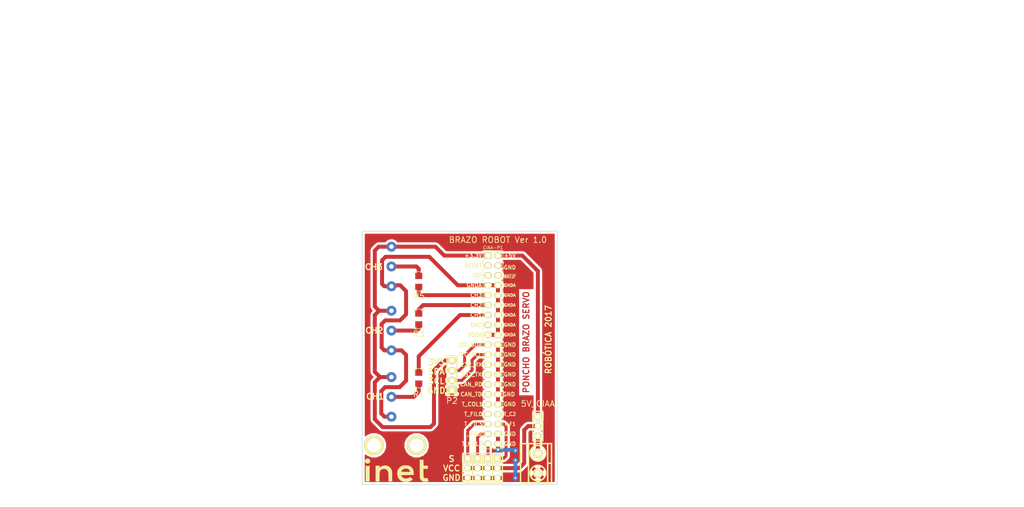
<source format=kicad_pcb>
(kicad_pcb (version 4) (host pcbnew 4.0.7)

  (general
    (links 46)
    (no_connects 6)
    (area 109.924999 74.924999 160.075001 140.075001)
    (thickness 1.6)
    (drawings 31)
    (tracks 152)
    (zones 0)
    (modules 17)
    (nets 19)
  )

  (page A4)
  (title_block
    (title "PONCHO BRAZO SERVO")
    (date 2017-09-27)
    (rev 1.0)
    (company "Proyecto CIAA - COMPUTADORA INDUSTRIAL ABIERTA ARGENTINA")
    (comment 1 https://github.com/ciaa/Ponchos/tree/master/modelos/doc)
    (comment 2 "Autores y Licencia del template (Diego Brengi - UNLaM)")
    (comment 3 "Autor del poncho (Mariano Bustos - E.E.S.T. N°5). ")
    (comment 4 "CÓDIGO PONCHO: BRAZO SERVO")
  )

  (layers
    (0 F.Cu signal)
    (31 B.Cu signal)
    (32 B.Adhes user)
    (33 F.Adhes user)
    (34 B.Paste user)
    (35 F.Paste user)
    (36 B.SilkS user)
    (37 F.SilkS user)
    (38 B.Mask user)
    (39 F.Mask user)
    (40 Dwgs.User user)
    (41 Cmts.User user)
    (42 Eco1.User user)
    (43 Eco2.User user)
    (44 Edge.Cuts user)
    (45 Margin user)
    (46 B.CrtYd user)
    (47 F.CrtYd user)
    (48 B.Fab user)
    (49 F.Fab user)
  )

  (setup
    (last_trace_width 1.016)
    (user_trace_width 0.508)
    (user_trace_width 0.635)
    (user_trace_width 0.762)
    (user_trace_width 1.016)
    (user_trace_width 1.27)
    (user_trace_width 1.524)
    (trace_clearance 0.508)
    (zone_clearance 0.6)
    (zone_45_only no)
    (trace_min 0.4)
    (segment_width 0.2)
    (edge_width 0.15)
    (via_size 1.5)
    (via_drill 0.5)
    (via_min_size 1.5)
    (via_min_drill 0.5)
    (uvia_size 0.3)
    (uvia_drill 0.1)
    (uvias_allowed no)
    (uvia_min_size 0)
    (uvia_min_drill 0)
    (pcb_text_width 0.3)
    (pcb_text_size 1.5 1.5)
    (mod_edge_width 0.15)
    (mod_text_size 0.000001 0.000001)
    (mod_text_width 0.15)
    (pad_size 5 5)
    (pad_drill 3.5)
    (pad_to_mask_clearance 0.2)
    (aux_axis_origin 0 0)
    (visible_elements 7FFEFF7F)
    (pcbplotparams
      (layerselection 0x00020_80000000)
      (usegerberextensions false)
      (excludeedgelayer false)
      (linewidth 0.100000)
      (plotframeref false)
      (viasonmask false)
      (mode 1)
      (useauxorigin false)
      (hpglpennumber 1)
      (hpglpenspeed 20)
      (hpglpendiameter 15)
      (hpglpenoverlay 2)
      (psnegative false)
      (psa4output false)
      (plotreference true)
      (plotvalue false)
      (plotinvisibletext false)
      (padsonsilk false)
      (subtractmaskfromsilk false)
      (outputformat 1)
      (mirror false)
      (drillshape 0)
      (scaleselection 1)
      (outputdirectory ""))
  )

  (net 0 "")
  (net 1 GND)
  (net 2 "Net-(P2-Pad2)")
  (net 3 "Net-(P2-Pad3)")
  (net 4 /SERVO_3)
  (net 5 /SERVO_1)
  (net 6 /SERVO_2)
  (net 7 /SERVO_0)
  (net 8 +3V3)
  (net 9 "Net-(R1-Pad1)")
  (net 10 /A1)
  (net 11 GNDA)
  (net 12 "Net-(R3-Pad1)")
  (net 13 /A2)
  (net 14 "Net-(R5-Pad1)")
  (net 15 /A3)
  (net 16 VCC)
  (net 17 +5V)
  (net 18 "Net-(J5-Pad2)")

  (net_class Default "This is the default net class."
    (clearance 0.508)
    (trace_width 0.4)
    (via_dia 1.5)
    (via_drill 0.5)
    (uvia_dia 0.3)
    (uvia_drill 0.1)
    (add_net +3V3)
    (add_net +5V)
    (add_net /A1)
    (add_net /A2)
    (add_net /A3)
    (add_net /SERVO_0)
    (add_net /SERVO_1)
    (add_net /SERVO_2)
    (add_net /SERVO_3)
    (add_net GND)
    (add_net GNDA)
    (add_net "Net-(J5-Pad2)")
    (add_net "Net-(P2-Pad2)")
    (add_net "Net-(P2-Pad3)")
    (add_net "Net-(R1-Pad1)")
    (add_net "Net-(R3-Pad1)")
    (add_net "Net-(R5-Pad1)")
    (add_net VCC)
  )

  (module EESTN5:R_1206 (layer F.Cu) (tedit 59CCCAAD) (tstamp 59CB9A84)
    (at 124.5 87.9 90)
    (descr "SMT resistor, 1206")
    (path /59CB2D92)
    (fp_text reference R5 (at -3.8 0.1 180) (layer F.SilkS)
      (effects (font (size 1.5 1.5) (thickness 0.2)))
    )
    (fp_text value R (at 0 1.27 90) (layer F.SilkS) hide
      (effects (font (size 0.50038 0.50038) (thickness 0.11938)))
    )
    (fp_line (start 1.5 -1.25) (end 2.5 -1.25) (layer F.SilkS) (width 0.15))
    (fp_line (start 1.5 1.25) (end 2.5 1.25) (layer F.SilkS) (width 0.15))
    (fp_line (start 2.5 1.25) (end 2.5 -1.25) (layer F.SilkS) (width 0.15))
    (fp_line (start -2.5 -1.25) (end -2.5 1.25) (layer F.SilkS) (width 0.15))
    (fp_line (start -2.5 1.25) (end -1.5 1.25) (layer F.SilkS) (width 0.15))
    (fp_line (start -1.5 -1.25) (end -2.5 -1.25) (layer F.SilkS) (width 0.15))
    (pad 1 smd rect (at 1.397 0 90) (size 1.6002 1.8034) (layers F.Cu F.Paste F.Mask)
      (net 14 "Net-(R5-Pad1)"))
    (pad 2 smd rect (at -1.397 0 90) (size 1.6002 1.8034) (layers F.Cu F.Paste F.Mask)
      (net 15 /A3))
    (model R_1206.wrl
      (at (xyz 0 0 0))
      (scale (xyz 1 1 1))
      (rotate (xyz 0 0 0))
    )
  )

  (module Poncho_Esqueleto:Conn_Poncho_Derecha locked (layer F.Cu) (tedit 59CB22B3) (tstamp 56134922)
    (at 142.24 81.28)
    (tags "CONN Poncho")
    (path /560EE110)
    (fp_text reference XA1 (at -0.127 -3.048) (layer F.SilkS) hide
      (effects (font (size 0.8 0.8) (thickness 0.12)))
    )
    (fp_text value Conn_PonchoMP_2x_20x2 (at -1.905 51.181) (layer F.SilkS) hide
      (effects (font (size 1.016 1.016) (thickness 0.2032)))
    )
    (fp_line (start -32.385 54.61) (end 8.255 54.61) (layer Dwgs.User) (width 0.15))
    (fp_line (start -32.385 -6.35) (end 8.255 -6.35) (layer Dwgs.User) (width 0.15))
    (fp_line (start -32.385 54.61) (end -32.385 -6.35) (layer Dwgs.User) (width 0.15))
    (fp_line (start 8.255 54.61) (end 8.255 -6.35) (layer Dwgs.User) (width 0.15))
    (fp_text user GND (at 5.588 48.26) (layer F.SilkS)
      (effects (font (size 1 1) (thickness 0.2)))
    )
    (fp_text user GND (at 5.588 45.72) (layer F.SilkS)
      (effects (font (size 1 1) (thickness 0.2)))
    )
    (fp_text user T_F1 (at 5.588 43.18) (layer F.SilkS)
      (effects (font (size 0.9 0.9) (thickness 0.18)))
    )
    (fp_text user T_C2 (at 5.588 40.64) (layer F.SilkS)
      (effects (font (size 0.9 0.9) (thickness 0.18)))
    )
    (fp_text user GND (at 5.588 38.1) (layer F.SilkS)
      (effects (font (size 1 1) (thickness 0.2)))
    )
    (fp_text user GND (at 5.334 35.56) (layer F.SilkS)
      (effects (font (size 1 1) (thickness 0.2)))
    )
    (fp_text user GND (at 5.588 33.02) (layer F.SilkS)
      (effects (font (size 1 1) (thickness 0.2)))
    )
    (fp_text user GND (at 5.588 30.48) (layer F.SilkS)
      (effects (font (size 1 1) (thickness 0.2)))
    )
    (fp_text user GND (at 5.588 27.94) (layer F.SilkS)
      (effects (font (size 1 1) (thickness 0.2)))
    )
    (fp_text user GND (at 5.588 25.4) (layer F.SilkS)
      (effects (font (size 1 1) (thickness 0.2)))
    )
    (fp_text user GND (at 5.588 22.86) (layer F.SilkS)
      (effects (font (size 1 1) (thickness 0.2)))
    )
    (fp_text user GNDA (at 5.588 20.32) (layer F.SilkS)
      (effects (font (size 0.76 0.76) (thickness 0.19)))
    )
    (fp_text user GNDA (at 5.588 17.78) (layer F.SilkS)
      (effects (font (size 0.76 0.76) (thickness 0.19)))
    )
    (fp_text user GNDA (at 5.588 15.24) (layer F.SilkS)
      (effects (font (size 0.76 0.76) (thickness 0.19)))
    )
    (fp_text user GNDA (at 5.588 12.7) (layer F.SilkS)
      (effects (font (size 0.76 0.76) (thickness 0.19)))
    )
    (fp_text user GNDA (at 5.588 10.16) (layer F.SilkS)
      (effects (font (size 0.76 0.76) (thickness 0.19)))
    )
    (fp_text user GNDA (at 5.588 7.62) (layer F.SilkS)
      (effects (font (size 0.76 0.76) (thickness 0.19)))
    )
    (fp_text user WAKEUP (at 5.588 5.334) (layer F.SilkS)
      (effects (font (size 1 0.5) (thickness 0.125)))
    )
    (fp_text user GND (at 5.588 3.048) (layer F.SilkS)
      (effects (font (size 1 1) (thickness 0.2)))
    )
    (fp_text user +5V (at 5.588 0) (layer F.SilkS)
      (effects (font (size 1 1) (thickness 0.2)))
    )
    (fp_text user T_COL0 (at -4.064 48.26) (layer F.SilkS)
      (effects (font (size 1 1) (thickness 0.2)))
    )
    (fp_text user T_FIL2 (at -3.81 45.72) (layer F.SilkS)
      (effects (font (size 1 1) (thickness 0.2)))
    )
    (fp_text user T_FIL3 (at -3.81 43.18) (layer F.SilkS)
      (effects (font (size 1 1) (thickness 0.2)))
    )
    (fp_text user T_FIL0 (at -3.81 40.64) (layer F.SilkS)
      (effects (font (size 1 1) (thickness 0.2)))
    )
    (fp_text user T_COL1 (at -4.064 38.1) (layer F.SilkS)
      (effects (font (size 1 1) (thickness 0.2)))
    )
    (fp_text user CAN_TD (at -4.318 35.56) (layer F.SilkS)
      (effects (font (size 1 1) (thickness 0.2)))
    )
    (fp_text user CAN_RD (at -4.318 33.02) (layer F.SilkS)
      (effects (font (size 1 1) (thickness 0.2)))
    )
    (fp_text user 232_TX (at -4.318 30.48) (layer F.SilkS)
      (effects (font (size 1 1) (thickness 0.2)))
    )
    (fp_text user 232_RX (at -4.318 27.94) (layer F.SilkS)
      (effects (font (size 1 1) (thickness 0.2)))
    )
    (fp_text user I2C_SCL (at -4.572 25.4) (layer F.SilkS)
      (effects (font (size 1 1) (thickness 0.2)))
    )
    (fp_text user I2C_SDA (at -4.572 22.86) (layer F.SilkS)
      (effects (font (size 1 1) (thickness 0.2)))
    )
    (fp_text user VDDA (at -3.302 20.32) (layer F.SilkS)
      (effects (font (size 1 1) (thickness 0.2)))
    )
    (fp_text user DAC (at -3.048 17.78) (layer F.SilkS)
      (effects (font (size 1 1) (thickness 0.2)))
    )
    (fp_text user CH1 (at -3.048 15.24) (layer F.SilkS)
      (effects (font (size 1 1) (thickness 0.2)))
    )
    (fp_text user CH2 (at -3.048 12.7) (layer F.SilkS)
      (effects (font (size 1 1) (thickness 0.2)))
    )
    (fp_text user CH3 (at -3.048 10.16) (layer F.SilkS)
      (effects (font (size 1 1) (thickness 0.2)))
    )
    (fp_text user GNDA (at -3.556 7.62) (layer F.SilkS)
      (effects (font (size 1 1) (thickness 0.2)))
    )
    (fp_text user ISP (at -2.794 5.08) (layer F.SilkS)
      (effects (font (size 1 1) (thickness 0.2)))
    )
    (fp_text user RESET (at -3.81 2.54) (layer F.SilkS)
      (effects (font (size 1 1) (thickness 0.2)))
    )
    (fp_text user CIAA-P1 (at 1.27 -2.032) (layer F.SilkS)
      (effects (font (size 0.8 0.8) (thickness 0.12)))
    )
    (fp_text user +3.3V (at -3.81 0) (layer F.SilkS)
      (effects (font (size 1 1) (thickness 0.2)))
    )
    (fp_line (start -1.27 49.53) (end -1.27 -1.27) (layer F.SilkS) (width 0.15))
    (fp_line (start 3.81 49.53) (end 3.81 -1.27) (layer F.SilkS) (width 0.15))
    (fp_line (start 3.81 49.53) (end -1.27 49.53) (layer F.SilkS) (width 0.15))
    (fp_line (start 3.81 -1.27) (end -1.27 -1.27) (layer F.SilkS) (width 0.15))
    (pad 1 thru_hole rect (at 0 0 270) (size 1.524 2) (drill 1.016) (layers *.Cu *.Mask F.SilkS)
      (net 8 +3V3))
    (pad 2 thru_hole oval (at 2.54 0 270) (size 1.524 2) (drill 1.016) (layers *.Cu *.Mask F.SilkS)
      (net 17 +5V))
    (pad 11 thru_hole oval (at 0 12.7 270) (size 1.524 2) (drill 1.016) (layers *.Cu *.Mask F.SilkS)
      (net 13 /A2))
    (pad 4 thru_hole oval (at 2.54 2.54 270) (size 1.524 2) (drill 1.016) (layers *.Cu *.Mask F.SilkS)
      (net 1 GND))
    (pad 13 thru_hole oval (at 0 15.24 270) (size 1.524 2) (drill 1.016) (layers *.Cu *.Mask F.SilkS)
      (net 10 /A1))
    (pad 6 thru_hole oval (at 2.54 5.08 270) (size 1.524 2) (drill 1.016) (layers *.Cu *.Mask F.SilkS))
    (pad 15 thru_hole oval (at 0 17.78 270) (size 1.524 2) (drill 1.016) (layers *.Cu *.Mask F.SilkS))
    (pad 8 thru_hole oval (at 2.54 7.62 270) (size 1.524 2) (drill 1.016) (layers *.Cu *.Mask F.SilkS)
      (net 11 GNDA))
    (pad 17 thru_hole oval (at 0 20.32 270) (size 1.524 2) (drill 1.016) (layers *.Cu *.Mask F.SilkS))
    (pad 10 thru_hole oval (at 2.54 10.16 270) (size 1.524 2) (drill 1.016) (layers *.Cu *.Mask F.SilkS)
      (net 11 GNDA))
    (pad 19 thru_hole oval (at 0 22.86 270) (size 1.524 2) (drill 1.016) (layers *.Cu *.Mask F.SilkS)
      (net 3 "Net-(P2-Pad3)"))
    (pad 12 thru_hole oval (at 2.54 12.7 270) (size 1.524 2) (drill 1.016) (layers *.Cu *.Mask F.SilkS)
      (net 11 GNDA))
    (pad 21 thru_hole oval (at 0 25.4 270) (size 1.524 2) (drill 1.016) (layers *.Cu *.Mask F.SilkS)
      (net 2 "Net-(P2-Pad2)"))
    (pad 14 thru_hole oval (at 2.54 15.24 270) (size 1.524 2) (drill 1.016) (layers *.Cu *.Mask F.SilkS)
      (net 11 GNDA))
    (pad 23 thru_hole oval (at 0 27.94 270) (size 1.524 2) (drill 1.016) (layers *.Cu *.Mask F.SilkS))
    (pad 16 thru_hole oval (at 2.54 17.78 270) (size 1.524 2) (drill 1.016) (layers *.Cu *.Mask F.SilkS)
      (net 11 GNDA))
    (pad 25 thru_hole oval (at 0 30.48 270) (size 1.524 2) (drill 1.016) (layers *.Cu *.Mask F.SilkS))
    (pad 18 thru_hole oval (at 2.54 20.32 270) (size 1.524 2) (drill 1.016) (layers *.Cu *.Mask F.SilkS)
      (net 11 GNDA))
    (pad 27 thru_hole oval (at 0 33.02 270) (size 1.524 2) (drill 1.016) (layers *.Cu *.Mask F.SilkS))
    (pad 20 thru_hole oval (at 2.54 22.86 270) (size 1.524 2) (drill 1.016) (layers *.Cu *.Mask F.SilkS)
      (net 1 GND))
    (pad 29 thru_hole oval (at 0 35.56 270) (size 1.524 2) (drill 1.016) (layers *.Cu *.Mask F.SilkS))
    (pad 22 thru_hole oval (at 2.54 25.4 270) (size 1.524 2) (drill 1.016) (layers *.Cu *.Mask F.SilkS)
      (net 1 GND))
    (pad 31 thru_hole oval (at 0 38.1 270) (size 1.524 2) (drill 1.016) (layers *.Cu *.Mask F.SilkS))
    (pad 24 thru_hole oval (at 2.54 27.94 270) (size 1.524 2) (drill 1.016) (layers *.Cu *.Mask F.SilkS)
      (net 1 GND))
    (pad 26 thru_hole oval (at 2.54 30.48 270) (size 1.524 2) (drill 1.016) (layers *.Cu *.Mask F.SilkS)
      (net 1 GND))
    (pad 33 thru_hole oval (at 0 40.64 270) (size 1.524 2) (drill 1.016) (layers *.Cu *.Mask F.SilkS))
    (pad 28 thru_hole oval (at 2.54 33.02 270) (size 1.524 2) (drill 1.016) (layers *.Cu *.Mask F.SilkS)
      (net 1 GND))
    (pad 32 thru_hole oval (at 2.54 38.1 270) (size 1.524 2) (drill 1.016) (layers *.Cu *.Mask F.SilkS)
      (net 1 GND))
    (pad 34 thru_hole oval (at 2.54 40.64 270) (size 1.524 2) (drill 1.016) (layers *.Cu *.Mask F.SilkS))
    (pad 36 thru_hole oval (at 2.54 43.18 270) (size 1.524 2) (drill 1.016) (layers *.Cu *.Mask F.SilkS)
      (net 7 /SERVO_0))
    (pad 38 thru_hole oval (at 2.54 45.72 270) (size 1.524 2) (drill 1.016) (layers *.Cu *.Mask F.SilkS)
      (net 1 GND))
    (pad 35 thru_hole oval (at 0 43.18 270) (size 1.524 2) (drill 1.016) (layers *.Cu *.Mask F.SilkS)
      (net 4 /SERVO_3))
    (pad 37 thru_hole oval (at 0 45.72 270) (size 1.524 2) (drill 1.016) (layers *.Cu *.Mask F.SilkS)
      (net 6 /SERVO_2))
    (pad 3 thru_hole oval (at 0 2.54 270) (size 1.524 2) (drill 1.016) (layers *.Cu *.Mask F.SilkS))
    (pad 5 thru_hole oval (at 0 5.08 270) (size 1.524 2) (drill 1.016) (layers *.Cu *.Mask F.SilkS))
    (pad 7 thru_hole oval (at 0 7.62 270) (size 1.524 2) (drill 1.016) (layers *.Cu *.Mask F.SilkS)
      (net 11 GNDA))
    (pad 9 thru_hole oval (at 0 10.16 270) (size 1.524 2) (drill 1.016) (layers *.Cu *.Mask F.SilkS)
      (net 15 /A3))
    (pad 39 thru_hole oval (at 0 48.26 270) (size 1.524 2) (drill 1.016) (layers *.Cu *.Mask F.SilkS)
      (net 5 /SERVO_1))
    (pad 40 thru_hole oval (at 2.54 48.26 270) (size 1.524 2) (drill 1.016) (layers *.Cu *.Mask F.SilkS)
      (net 1 GND))
    (pad 30 thru_hole oval (at 2.54 35.56 270) (size 1.524 2) (drill 1.016) (layers *.Cu *.Mask F.SilkS)
      (net 1 GND))
    (model F:/usuarios/alumno/Escritorio/Poncho_Brazo_Servo_TOP/doc/pin_header_20X2.wrl
      (at (xyz 0 0 0))
      (scale (xyz 1 1 1))
      (rotate (xyz 0 0 0))
    )
  )

  (module Poncho_Modelos:Led_Hole (layer F.Cu) (tedit 5613342C) (tstamp 56133650)
    (at 113.03 129.921)
    (path /5613C419)
    (fp_text reference H1 (at 0.127 3.937) (layer F.SilkS) hide
      (effects (font (size 1 1) (thickness 0.15)))
    )
    (fp_text value PCB_HOLE (at 0.127 -3.429) (layer Dwgs.User) hide
      (effects (font (size 1 1) (thickness 0.15)))
    )
    (pad 1 thru_hole circle (at 0 0) (size 5 5) (drill 3.5) (layers *.Cu *.Mask F.SilkS))
  )

  (module Poncho_Modelos:Led_Hole (layer F.Cu) (tedit 5613342C) (tstamp 56133655)
    (at 123.952 129.921)
    (path /5613C2CE)
    (fp_text reference H2 (at 0.127 3.937) (layer F.SilkS) hide
      (effects (font (size 1 1) (thickness 0.15)))
    )
    (fp_text value PCB_HOLE (at 0.127 -3.429) (layer Dwgs.User) hide
      (effects (font (size 1 1) (thickness 0.15)))
    )
    (pad 1 thru_hole circle (at 0 0) (size 5 5) (drill 3.5) (layers *.Cu *.Mask F.SilkS))
  )

  (module EESTN5:Pin_Strip_3 locked (layer F.Cu) (tedit 59361220) (tstamp 59CB6FD2)
    (at 137.033 135.763 270)
    (descr "Pin strip 3x2pin")
    (tags "CONN DEV")
    (path /59CB1E73)
    (fp_text reference J1 (at 0 -2.7 270) (layer F.SilkS) hide
      (effects (font (size 1.5 1.5) (thickness 0.3)))
    )
    (fp_text value SERVO_3 (at 0.2 -4.2 270) (layer F.SilkS) hide
      (effects (font (size 1.016 0.889) (thickness 0.2032)))
    )
    (fp_line (start 3.81 -1.27) (end 3.81 1.27) (layer F.SilkS) (width 0.3048))
    (fp_line (start 3.81 1.27) (end -3.81 1.27) (layer F.SilkS) (width 0.3048))
    (fp_line (start -3.81 -1.27) (end 3.81 -1.27) (layer F.SilkS) (width 0.3048))
    (fp_line (start -1.27 -1.27) (end -1.27 1.27) (layer F.SilkS) (width 0.3048))
    (fp_line (start -3.81 -1.27) (end -3.81 1.27) (layer F.SilkS) (width 0.3048))
    (pad 1 thru_hole rect (at -2.54 0 270) (size 1.75 1.75) (drill 1) (layers *.Cu *.Mask F.SilkS)
      (net 4 /SERVO_3))
    (pad 2 thru_hole oval (at 0 0 270) (size 1.75 1.75) (drill 1) (layers *.Cu *.Mask F.SilkS)
      (net 16 VCC))
    (pad 3 thru_hole oval (at 2.54 0 270) (size 1.75 1.75) (drill 1) (layers *.Cu *.Mask F.SilkS)
      (net 1 GND))
    (model Pin_Strip_3_2.54.wrl
      (at (xyz 0 0 0))
      (scale (xyz 1 1 1))
      (rotate (xyz 0 0 0))
    )
  )

  (module EESTN5:Pin_Strip_3 locked (layer F.Cu) (tedit 59361220) (tstamp 59CB6FDD)
    (at 142.113 135.763 270)
    (descr "Pin strip 3x2pin")
    (tags "CONN DEV")
    (path /59CB1E1F)
    (fp_text reference J2 (at 0 -2.7 270) (layer F.SilkS) hide
      (effects (font (size 1.5 1.5) (thickness 0.3)))
    )
    (fp_text value SERVO_1 (at 0.2 -4.2 270) (layer F.SilkS) hide
      (effects (font (size 1.016 0.889) (thickness 0.2032)))
    )
    (fp_line (start 3.81 -1.27) (end 3.81 1.27) (layer F.SilkS) (width 0.3048))
    (fp_line (start 3.81 1.27) (end -3.81 1.27) (layer F.SilkS) (width 0.3048))
    (fp_line (start -3.81 -1.27) (end 3.81 -1.27) (layer F.SilkS) (width 0.3048))
    (fp_line (start -1.27 -1.27) (end -1.27 1.27) (layer F.SilkS) (width 0.3048))
    (fp_line (start -3.81 -1.27) (end -3.81 1.27) (layer F.SilkS) (width 0.3048))
    (pad 1 thru_hole rect (at -2.54 0 270) (size 1.75 1.75) (drill 1) (layers *.Cu *.Mask F.SilkS)
      (net 5 /SERVO_1))
    (pad 2 thru_hole oval (at 0 0 270) (size 1.75 1.75) (drill 1) (layers *.Cu *.Mask F.SilkS)
      (net 16 VCC))
    (pad 3 thru_hole oval (at 2.54 0 270) (size 1.75 1.75) (drill 1) (layers *.Cu *.Mask F.SilkS)
      (net 1 GND))
    (model Pin_Strip_3_2.54.wrl
      (at (xyz 0 0 0))
      (scale (xyz 1 1 1))
      (rotate (xyz 0 0 0))
    )
  )

  (module EESTN5:Pin_Strip_3 locked (layer F.Cu) (tedit 59361220) (tstamp 59CB6FE8)
    (at 139.573 135.763 270)
    (descr "Pin strip 3x2pin")
    (tags "CONN DEV")
    (path /59CB1E6A)
    (fp_text reference J3 (at 0 -2.7 270) (layer F.SilkS) hide
      (effects (font (size 1.5 1.5) (thickness 0.3)))
    )
    (fp_text value SERVO_2 (at 0.2 -4.2 270) (layer F.SilkS) hide
      (effects (font (size 1.016 0.889) (thickness 0.2032)))
    )
    (fp_line (start 3.81 -1.27) (end 3.81 1.27) (layer F.SilkS) (width 0.3048))
    (fp_line (start 3.81 1.27) (end -3.81 1.27) (layer F.SilkS) (width 0.3048))
    (fp_line (start -3.81 -1.27) (end 3.81 -1.27) (layer F.SilkS) (width 0.3048))
    (fp_line (start -1.27 -1.27) (end -1.27 1.27) (layer F.SilkS) (width 0.3048))
    (fp_line (start -3.81 -1.27) (end -3.81 1.27) (layer F.SilkS) (width 0.3048))
    (pad 1 thru_hole rect (at -2.54 0 270) (size 1.75 1.75) (drill 1) (layers *.Cu *.Mask F.SilkS)
      (net 6 /SERVO_2))
    (pad 2 thru_hole oval (at 0 0 270) (size 1.75 1.75) (drill 1) (layers *.Cu *.Mask F.SilkS)
      (net 16 VCC))
    (pad 3 thru_hole oval (at 2.54 0 270) (size 1.75 1.75) (drill 1) (layers *.Cu *.Mask F.SilkS)
      (net 1 GND))
    (model Pin_Strip_3_2.54.wrl
      (at (xyz 0 0 0))
      (scale (xyz 1 1 1))
      (rotate (xyz 0 0 0))
    )
  )

  (module EESTN5:Pin_Strip_3 locked (layer F.Cu) (tedit 59361220) (tstamp 59CB6FF3)
    (at 144.653 135.763 270)
    (descr "Pin strip 3x2pin")
    (tags "CONN DEV")
    (path /59CB1BEA)
    (fp_text reference J4 (at 0 -2.7 270) (layer F.SilkS) hide
      (effects (font (size 1.5 1.5) (thickness 0.3)))
    )
    (fp_text value SERVO_0 (at 0.2 -4.2 270) (layer F.SilkS) hide
      (effects (font (size 1.016 0.889) (thickness 0.2032)))
    )
    (fp_line (start 3.81 -1.27) (end 3.81 1.27) (layer F.SilkS) (width 0.3048))
    (fp_line (start 3.81 1.27) (end -3.81 1.27) (layer F.SilkS) (width 0.3048))
    (fp_line (start -3.81 -1.27) (end 3.81 -1.27) (layer F.SilkS) (width 0.3048))
    (fp_line (start -1.27 -1.27) (end -1.27 1.27) (layer F.SilkS) (width 0.3048))
    (fp_line (start -3.81 -1.27) (end -3.81 1.27) (layer F.SilkS) (width 0.3048))
    (pad 1 thru_hole rect (at -2.54 0 270) (size 1.75 1.75) (drill 1) (layers *.Cu *.Mask F.SilkS)
      (net 7 /SERVO_0))
    (pad 2 thru_hole oval (at 0 0 270) (size 1.75 1.75) (drill 1) (layers *.Cu *.Mask F.SilkS)
      (net 16 VCC))
    (pad 3 thru_hole oval (at 2.54 0 270) (size 1.75 1.75) (drill 1) (layers *.Cu *.Mask F.SilkS)
      (net 1 GND))
    (model Pin_Strip_3_2.54.wrl
      (at (xyz 0 0 0))
      (scale (xyz 1 1 1))
      (rotate (xyz 0 0 0))
    )
  )

  (module EESTN5:pin_strip_4 (layer F.Cu) (tedit 59CB2AFC) (tstamp 59CB7E2B)
    (at 133 112 90)
    (descr "Pin strip 4pin")
    (tags "CONN DEV")
    (path /560ED17A)
    (fp_text reference P2 (at -6.5 0 180) (layer F.SilkS)
      (effects (font (size 1.5 1.5) (thickness 0.2)))
    )
    (fp_text value CONN_4 (at 0.254 -3.556 90) (layer F.SilkS) hide
      (effects (font (size 1.016 0.889) (thickness 0.2032)))
    )
    (fp_line (start -2.54 -1.27) (end -2.54 1.27) (layer F.SilkS) (width 0.3048))
    (fp_line (start 5.08 1.27) (end -5.08 1.27) (layer F.SilkS) (width 0.3048))
    (fp_line (start -5.08 -1.27) (end 5.08 -1.27) (layer F.SilkS) (width 0.3048))
    (fp_line (start -5.08 1.27) (end -5.08 -1.27) (layer F.SilkS) (width 0.3048))
    (fp_line (start 5.08 -1.27) (end 5.08 1.27) (layer F.SilkS) (width 0.3048))
    (pad 1 thru_hole rect (at -3.81 0 90) (size 1.75 2.2) (drill 1.00076) (layers *.Cu *.Mask F.SilkS)
      (net 1 GND))
    (pad 2 thru_hole oval (at -1.27 0 90) (size 1.75 2.2) (drill 1.00076) (layers *.Cu *.Mask F.SilkS)
      (net 2 "Net-(P2-Pad2)"))
    (pad 3 thru_hole oval (at 1.27 0 90) (size 1.75 2.2) (drill 1.00076) (layers *.Cu *.Mask F.SilkS)
      (net 3 "Net-(P2-Pad3)"))
    (pad 4 thru_hole oval (at 3.81 0 90) (size 1.75 2.2) (drill 1.00076) (layers *.Cu *.Mask F.SilkS)
      (net 8 +3V3))
    (model Pin_Strip_4_2.54_V.wrl
      (at (xyz 0 0 0))
      (scale (xyz 1 1 1))
      (rotate (xyz 0 0 0))
    )
  )

  (module EESTN5:LOGO_INET_CHICO (layer F.Cu) (tedit 59CB2253) (tstamp 59CBB76D)
    (at 119.095 136.398)
    (path /59CB5094)
    (fp_text reference L1 (at 0 0) (layer F.SilkS) hide
      (effects (font (thickness 0.3)))
    )
    (fp_text value Mounting_Hole (at 0 -5) (layer F.SilkS) hide
      (effects (font (thickness 0.3)))
    )
    (fp_poly (pts (xy 2.531171 -1.341092) (xy 2.907789 -1.263404) (xy 3.222318 -1.120687) (xy 3.503469 -0.901904)
      (xy 3.643071 -0.757684) (xy 3.90821 -0.38105) (xy 4.064811 0.044322) (xy 4.117546 0.532602)
      (xy 4.114729 0.673705) (xy 4.09575 1.11125) (xy 0.889096 1.17475) (xy 1.021754 1.442746)
      (xy 1.139248 1.628724) (xy 1.30102 1.769249) (xy 1.500137 1.87989) (xy 1.717414 1.97549)
      (xy 1.901035 2.02025) (xy 2.113641 2.025367) (xy 2.260314 2.015769) (xy 2.678794 1.940921)
      (xy 2.981438 1.823393) (xy 3.28811 1.664286) (xy 3.593727 1.974568) (xy 3.752682 2.139404)
      (xy 3.833111 2.241055) (xy 3.846646 2.30578) (xy 3.804921 2.359837) (xy 3.775297 2.384409)
      (xy 3.655763 2.462434) (xy 3.463326 2.570005) (xy 3.247486 2.679942) (xy 3.019568 2.781052)
      (xy 2.813638 2.843796) (xy 2.5804 2.879106) (xy 2.270557 2.897911) (xy 2.263236 2.898194)
      (xy 1.899286 2.899056) (xy 1.584574 2.874812) (xy 1.392513 2.838193) (xy 0.92227 2.651444)
      (xy 0.53897 2.377926) (xy 0.231032 2.007566) (xy 0.045137 1.665816) (xy -0.025821 1.480564)
      (xy -0.068398 1.279893) (xy -0.088715 1.023764) (xy -0.093044 0.762) (xy -0.088398 0.453278)
      (xy -0.068453 0.228379) (xy -0.053506 0.163862) (xy 0.962612 0.163862) (xy 0.969265 0.231963)
      (xy 1.042113 0.276214) (xy 1.194283 0.301755) (xy 1.438905 0.313729) (xy 1.789106 0.317276)
      (xy 2.070633 0.3175) (xy 3.188767 0.3175) (xy 3.147264 0.152135) (xy 3.013838 -0.144272)
      (xy 2.785773 -0.358807) (xy 2.468214 -0.488161) (xy 2.088022 -0.529135) (xy 1.694385 -0.477977)
      (xy 1.364392 -0.329446) (xy 1.114121 -0.091067) (xy 1.095375 -0.064461) (xy 1.009024 0.066768)
      (xy 0.962612 0.163862) (xy -0.053506 0.163862) (xy -0.025822 0.04437) (xy 0.046879 -0.141679)
      (xy 0.071763 -0.195992) (xy 0.342074 -0.630813) (xy 0.70435 -0.978624) (xy 1.074008 -1.198892)
      (xy 1.260345 -1.278511) (xy 1.432964 -1.328067) (xy 1.63219 -1.354318) (xy 1.898346 -1.364024)
      (xy 2.06375 -1.364788) (xy 2.531171 -1.341092)) (layer F.SilkS) (width 0.01))
    (fp_poly (pts (xy 6.617859 -2.047875) (xy 6.63575 -1.30175) (xy 7.747 -1.265056) (xy 7.747 -0.4445)
      (xy 7.171318 -0.4445) (xy 6.595637 -0.444501) (xy 6.615693 0.640746) (xy 6.623551 1.035659)
      (xy 6.632255 1.323468) (xy 6.644734 1.52405) (xy 6.663917 1.657285) (xy 6.692731 1.743049)
      (xy 6.734105 1.801222) (xy 6.790967 1.851682) (xy 6.7945 1.854546) (xy 6.912739 1.92964)
      (xy 7.050364 1.959068) (xy 7.255034 1.951341) (xy 7.307445 1.946166) (xy 7.66164 1.909231)
      (xy 7.76782 2.246072) (xy 7.826799 2.445183) (xy 7.865352 2.598374) (xy 7.874 2.653721)
      (xy 7.815828 2.732424) (xy 7.660267 2.792248) (xy 7.435745 2.831596) (xy 7.170691 2.848875)
      (xy 6.893532 2.842486) (xy 6.632699 2.810836) (xy 6.416619 2.752327) (xy 6.38175 2.737482)
      (xy 6.06069 2.532252) (xy 5.831328 2.247304) (xy 5.74978 2.080797) (xy 5.723424 2.000564)
      (xy 5.702084 1.890246) (xy 5.685267 1.736989) (xy 5.672476 1.527936) (xy 5.663219 1.250234)
      (xy 5.657 0.891027) (xy 5.653325 0.437458) (xy 5.651699 -0.123326) (xy 5.6515 -0.474211)
      (xy 5.6515 -2.794) (xy 6.599969 -2.794) (xy 6.617859 -2.047875)) (layer F.SilkS) (width 0.01))
    (fp_poly (pts (xy -8.048625 -1.228112) (xy -7.783934 -1.181059) (xy -7.481078 -1.196504) (xy -7.350125 -1.224376)
      (xy -7.1755 -1.27242) (xy -7.1755 2.794) (xy -8.1915 2.794) (xy -8.1915 -1.278559)
      (xy -8.048625 -1.228112)) (layer F.SilkS) (width 0.01))
    (fp_poly (pts (xy -2.905008 -1.298712) (xy -2.490663 -1.174924) (xy -2.118908 -0.957945) (xy -1.807814 -0.654369)
      (xy -1.575451 -0.27079) (xy -1.493878 -0.049173) (xy -1.456449 0.115876) (xy -1.429148 0.334362)
      (xy -1.410876 0.624276) (xy -1.400533 1.003609) (xy -1.39702 1.490353) (xy -1.397 1.535525)
      (xy -1.397 2.794) (xy -2.3495 2.794) (xy -2.351015 1.730375) (xy -2.356186 1.218303)
      (xy -2.373314 0.814572) (xy -2.407272 0.500717) (xy -2.46293 0.258276) (xy -2.545162 0.068786)
      (xy -2.658837 -0.086215) (xy -2.808829 -0.22519) (xy -2.881956 -0.281827) (xy -3.094595 -0.377127)
      (xy -3.377509 -0.42117) (xy -3.685111 -0.414713) (xy -3.971813 -0.35851) (xy -4.182525 -0.260283)
      (xy -4.3267 -0.143655) (xy -4.436961 -0.013588) (xy -4.517715 0.148098) (xy -4.573366 0.359586)
      (xy -4.60832 0.639056) (xy -4.626983 1.00469) (xy -4.63376 1.47467) (xy -4.634106 1.603375)
      (xy -4.6355 2.794) (xy -5.6515 2.794) (xy -5.6515 -1.27) (xy -4.6355 -1.27)
      (xy -4.6355 -1.04775) (xy -4.629449 -0.900749) (xy -4.614571 -0.827383) (xy -4.611444 -0.8255)
      (xy -4.549072 -0.855744) (xy -4.408817 -0.934994) (xy -4.222883 -1.044994) (xy -3.789188 -1.240341)
      (xy -3.343873 -1.322715) (xy -2.905008 -1.298712)) (layer F.SilkS) (width 0.01))
    (fp_poly (pts (xy -7.410764 -3.0605) (xy -7.214899 -2.920764) (xy -7.086067 -2.706398) (xy -7.0485 -2.477211)
      (xy -7.077344 -2.203891) (xy -7.175 -2.014545) (xy -7.358155 -1.877337) (xy -7.36473 -1.873908)
      (xy -7.654385 -1.787402) (xy -7.941139 -1.827169) (xy -7.96925 -1.838031) (xy -8.191258 -1.991591)
      (xy -8.31953 -2.226807) (xy -8.35025 -2.456626) (xy -8.333713 -2.65862) (xy -8.264714 -2.801636)
      (xy -8.142874 -2.926209) (xy -7.900518 -3.073794) (xy -7.647893 -3.115034) (xy -7.410764 -3.0605)) (layer F.SilkS) (width 0.01))
  )

  (module EESTN5:BORNERA2_AZUL (layer F.Cu) (tedit 59CB28C8) (tstamp 59CBC673)
    (at 155 134.5 90)
    (descr "2-way 5.08mm pitch terminal block, Phoenix MKDS series")
    (path /59CB5A03)
    (fp_text reference J5 (at 0 -6.7 90) (layer F.SilkS) hide
      (effects (font (size 1.5 1.5) (thickness 0.3)))
    )
    (fp_text value TB_1X2 (at 0 5.8 90) (layer F.SilkS) hide
      (effects (font (size 1.5 1.5) (thickness 0.3)))
    )
    (fp_line (start 0 2.54) (end 0 3.4845) (layer F.SilkS) (width 0.381))
    (fp_circle (center 2.55 0) (end 0.55 0) (layer F.SilkS) (width 0.381))
    (fp_circle (center -2.55 0) (end -0.55 0) (layer F.SilkS) (width 0.381))
    (fp_line (start -5 2.5) (end 5 2.5) (layer F.SilkS) (width 0.381))
    (fp_line (start -5 -2.4) (end 5 -2.4) (layer F.SilkS) (width 0.381))
    (fp_line (start -4.9835 3.4925) (end 5.0165 3.4925) (layer F.SilkS) (width 0.381))
    (fp_line (start 5.0165 3.4925) (end 5.0165 -4.445) (layer F.SilkS) (width 0.381))
    (fp_line (start 5.0165 -4.445) (end -4.9835 -4.445) (layer F.SilkS) (width 0.381))
    (fp_line (start -5.0165 -4.445) (end -5.0165 3.4925) (layer F.SilkS) (width 0.381))
    (pad 1 thru_hole circle (at -2.54 0 90) (size 2.5 2.5) (drill 1.3) (layers *.Cu *.Mask F.SilkS)
      (net 1 GND))
    (pad 2 thru_hole circle (at 2.54 0 90) (size 2.5 2.5) (drill 1.3) (layers *.Cu *.Mask F.SilkS)
      (net 18 "Net-(J5-Pad2)"))
    (model Bornera2_Azul.wrl
      (at (xyz 0 0 0))
      (scale (xyz 1 1 1))
      (rotate (xyz 0 0 0))
    )
  )

  (module EESTN5:Pin_Strip_3 (layer F.Cu) (tedit 59361220) (tstamp 59CBC67F)
    (at 155 125 270)
    (descr "Pin strip 3x2pin")
    (tags "CONN DEV")
    (path /59CB5D7B)
    (fp_text reference JP1 (at 0 -2.7 270) (layer F.SilkS) hide
      (effects (font (size 1.5 1.5) (thickness 0.3)))
    )
    (fp_text value Jumper_NC_Dual (at 0.2 -4.2 270) (layer F.SilkS) hide
      (effects (font (size 1.016 0.889) (thickness 0.2032)))
    )
    (fp_line (start 3.81 -1.27) (end 3.81 1.27) (layer F.SilkS) (width 0.3048))
    (fp_line (start 3.81 1.27) (end -3.81 1.27) (layer F.SilkS) (width 0.3048))
    (fp_line (start -3.81 -1.27) (end 3.81 -1.27) (layer F.SilkS) (width 0.3048))
    (fp_line (start -1.27 -1.27) (end -1.27 1.27) (layer F.SilkS) (width 0.3048))
    (fp_line (start -3.81 -1.27) (end -3.81 1.27) (layer F.SilkS) (width 0.3048))
    (pad 1 thru_hole rect (at -2.54 0 270) (size 1.75 1.75) (drill 1) (layers *.Cu *.Mask F.SilkS)
      (net 17 +5V))
    (pad 2 thru_hole oval (at 0 0 270) (size 1.75 1.75) (drill 1) (layers *.Cu *.Mask F.SilkS)
      (net 16 VCC))
    (pad 3 thru_hole oval (at 2.54 0 270) (size 1.75 1.75) (drill 1) (layers *.Cu *.Mask F.SilkS)
      (net 18 "Net-(J5-Pad2)"))
    (model Pin_Strip_3_2.54.wrl
      (at (xyz 0 0 0))
      (scale (xyz 1 1 1))
      (rotate (xyz 0 0 0))
    )
  )

  (module EESTN5:Potenciometro_Perilla_Aluminio (layer F.Cu) (tedit 59CC44E8) (tstamp 59CB8C1B)
    (at 117.5 84.08 90)
    (path /59CB2D8C)
    (fp_text reference R6 (at 0 2 90) (layer F.SilkS) hide
      (effects (font (size 1 1) (thickness 0.15)))
    )
    (fp_text value POT (at 0 -3 90) (layer F.Fab)
      (effects (font (size 1 1) (thickness 0.15)))
    )
    (pad 1 thru_hole circle (at -5.08 0 90) (size 2.54 2.54) (drill 1.143) (layers *.Cu *.Mask)
      (net 11 GNDA))
    (pad 3 thru_hole circle (at 5.08 0 90) (size 2.54 2.54) (drill 1.143) (layers *.Cu *.Mask)
      (net 8 +3V3))
    (pad 2 thru_hole circle (at 0 0 90) (size 2.54 2.54) (drill 1.143) (layers *.Cu *.Mask)
      (net 14 "Net-(R5-Pad1)"))
    (model Potenciometro_Perilla_Aluminio.wrl
      (at (xyz 0 0 0))
      (scale (xyz 1 1 1))
      (rotate (xyz 0 0 0))
    )
  )

  (module EESTN5:Potenciometro_Perilla_Aluminio (layer F.Cu) (tedit 59CC44E8) (tstamp 59CB7004)
    (at 117.5 100.5 90)
    (path /59CB2CFD)
    (fp_text reference R4 (at 0 2 90) (layer F.SilkS) hide
      (effects (font (size 1 1) (thickness 0.15)))
    )
    (fp_text value POT (at 0 -3 90) (layer F.Fab)
      (effects (font (size 1 1) (thickness 0.15)))
    )
    (pad 1 thru_hole circle (at -5.08 0 90) (size 2.54 2.54) (drill 1.143) (layers *.Cu *.Mask)
      (net 11 GNDA))
    (pad 3 thru_hole circle (at 5.08 0 90) (size 2.54 2.54) (drill 1.143) (layers *.Cu *.Mask)
      (net 8 +3V3))
    (pad 2 thru_hole circle (at 0 0 90) (size 2.54 2.54) (drill 1.143) (layers *.Cu *.Mask)
      (net 12 "Net-(R3-Pad1)"))
    (model Potenciometro_Perilla_Aluminio.wrl
      (at (xyz 0 0 0))
      (scale (xyz 1 1 1))
      (rotate (xyz 0 0 0))
    )
  )

  (module EESTN5:Potenciometro_Perilla_Aluminio (layer F.Cu) (tedit 59CC44E8) (tstamp 59CB6FFE)
    (at 117.5 117.5 90)
    (path /59CB21AF)
    (fp_text reference R2 (at 0 2 90) (layer F.SilkS) hide
      (effects (font (size 1 1) (thickness 0.15)))
    )
    (fp_text value POT (at 0 -3 90) (layer F.Fab)
      (effects (font (size 1 1) (thickness 0.15)))
    )
    (pad 1 thru_hole circle (at -5.08 0 90) (size 2.54 2.54) (drill 1.143) (layers *.Cu *.Mask)
      (net 11 GNDA))
    (pad 3 thru_hole circle (at 5.08 0 90) (size 2.54 2.54) (drill 1.143) (layers *.Cu *.Mask)
      (net 8 +3V3))
    (pad 2 thru_hole circle (at 0 0 90) (size 2.54 2.54) (drill 1.143) (layers *.Cu *.Mask)
      (net 9 "Net-(R1-Pad1)"))
    (model Potenciometro_Perilla_Aluminio.wrl
      (at (xyz 0 0 0))
      (scale (xyz 1 1 1))
      (rotate (xyz 0 0 0))
    )
  )

  (module EESTN5:R_1206 (layer F.Cu) (tedit 59CCCA9E) (tstamp 59CB9A79)
    (at 124.5 97.5332 270)
    (descr "SMT resistor, 1206")
    (path /59CB2D03)
    (fp_text reference R3 (at 3.8668 0 360) (layer F.SilkS)
      (effects (font (size 1.5 1.5) (thickness 0.2)))
    )
    (fp_text value R (at 0 1.27 270) (layer F.SilkS) hide
      (effects (font (size 0.50038 0.50038) (thickness 0.11938)))
    )
    (fp_line (start 1.5 -1.25) (end 2.5 -1.25) (layer F.SilkS) (width 0.15))
    (fp_line (start 1.5 1.25) (end 2.5 1.25) (layer F.SilkS) (width 0.15))
    (fp_line (start 2.5 1.25) (end 2.5 -1.25) (layer F.SilkS) (width 0.15))
    (fp_line (start -2.5 -1.25) (end -2.5 1.25) (layer F.SilkS) (width 0.15))
    (fp_line (start -2.5 1.25) (end -1.5 1.25) (layer F.SilkS) (width 0.15))
    (fp_line (start -1.5 -1.25) (end -2.5 -1.25) (layer F.SilkS) (width 0.15))
    (pad 1 smd rect (at 1.397 0 270) (size 1.6002 1.8034) (layers F.Cu F.Paste F.Mask)
      (net 12 "Net-(R3-Pad1)"))
    (pad 2 smd rect (at -1.397 0 270) (size 1.6002 1.8034) (layers F.Cu F.Paste F.Mask)
      (net 13 /A2))
    (model R_1206.wrl
      (at (xyz 0 0 0))
      (scale (xyz 1 1 1))
      (rotate (xyz 0 0 0))
    )
  )

  (module EESTN5:R_1206 (layer F.Cu) (tedit 59CCCA8E) (tstamp 59CB9A6E)
    (at 124.5 112.7 270)
    (descr "SMT resistor, 1206")
    (path /59CB22FE)
    (fp_text reference R1 (at 4.1 0 360) (layer F.SilkS)
      (effects (font (size 1.5 1.5) (thickness 0.2)))
    )
    (fp_text value R (at 0 1.27 270) (layer F.SilkS) hide
      (effects (font (size 0.50038 0.50038) (thickness 0.11938)))
    )
    (fp_line (start 1.5 -1.25) (end 2.5 -1.25) (layer F.SilkS) (width 0.15))
    (fp_line (start 1.5 1.25) (end 2.5 1.25) (layer F.SilkS) (width 0.15))
    (fp_line (start 2.5 1.25) (end 2.5 -1.25) (layer F.SilkS) (width 0.15))
    (fp_line (start -2.5 -1.25) (end -2.5 1.25) (layer F.SilkS) (width 0.15))
    (fp_line (start -2.5 1.25) (end -1.5 1.25) (layer F.SilkS) (width 0.15))
    (fp_line (start -1.5 -1.25) (end -2.5 -1.25) (layer F.SilkS) (width 0.15))
    (pad 1 smd rect (at 1.397 0 270) (size 1.6002 1.8034) (layers F.Cu F.Paste F.Mask)
      (net 9 "Net-(R1-Pad1)"))
    (pad 2 smd rect (at -1.397 0 270) (size 1.6002 1.8034) (layers F.Cu F.Paste F.Mask)
      (net 10 /A1))
    (model R_1206.wrl
      (at (xyz 0 0 0))
      (scale (xyz 1 1 1))
      (rotate (xyz 0 0 0))
    )
  )

  (gr_text "S\nVCC\nGND\n" (at 132.9 135.8) (layer F.SilkS)
    (effects (font (size 1.5 1.5) (thickness 0.3)))
  )
  (gr_text "ROBÓTICA 2017" (at 157.7 102.8 90) (layer F.SilkS)
    (effects (font (size 1.5 1.5) (thickness 0.3)))
  )
  (gr_text "CH1\n" (at 113.3 117.4) (layer F.SilkS)
    (effects (font (size 1.5 1.5) (thickness 0.3)))
  )
  (gr_text "CH2\n" (at 113.1 100.5) (layer F.SilkS)
    (effects (font (size 1.5 1.5) (thickness 0.3)))
  )
  (gr_text CH3 (at 113 84.2) (layer F.SilkS)
    (effects (font (size 1.5 1.5) (thickness 0.3)))
  )
  (gr_text "3V3\nSDA\nSCL\nGND" (at 129 112.25) (layer F.SilkS)
    (effects (font (size 1.5 1.5) (thickness 0.3)))
  )
  (gr_text "5V_CIAA\n" (at 155 119.25) (layer F.SilkS)
    (effects (font (size 1.5 1.5) (thickness 0.2)))
  )
  (gr_text "BRAZO ROBOT Ver 1.0\n" (at 144.75 77.25) (layer F.SilkS)
    (effects (font (size 1.5 1.5) (thickness 0.2)))
  )
  (dimension 65 (width 0.3) (layer Dwgs.User)
    (gr_text 65,000mm (at 166.35 107.5 270) (layer Dwgs.User)
      (effects (font (size 1.5 1.5) (thickness 0.3)))
    )
    (feature1 (pts (xy 160 140) (xy 167.7 140)))
    (feature2 (pts (xy 160 75) (xy 167.7 75)))
    (crossbar (pts (xy 165 75) (xy 165 140)))
    (arrow1a (pts (xy 165 140) (xy 164.413579 138.873496)))
    (arrow1b (pts (xy 165 140) (xy 165.586421 138.873496)))
    (arrow2a (pts (xy 165 75) (xy 164.413579 76.126504)))
    (arrow2b (pts (xy 165 75) (xy 165.586421 76.126504)))
  )
  (dimension 50 (width 0.3) (layer Dwgs.User)
    (gr_text 50,000mm (at 135 146.35) (layer Dwgs.User)
      (effects (font (size 1.5 1.5) (thickness 0.3)))
    )
    (feature1 (pts (xy 160 140) (xy 160 147.7)))
    (feature2 (pts (xy 110 140) (xy 110 147.7)))
    (crossbar (pts (xy 110 145) (xy 160 145)))
    (arrow1a (pts (xy 160 145) (xy 158.873496 145.586421)))
    (arrow1b (pts (xy 160 145) (xy 158.873496 144.413579)))
    (arrow2a (pts (xy 110 145) (xy 111.126504 145.586421)))
    (arrow2b (pts (xy 110 145) (xy 111.126504 144.413579)))
  )
  (gr_text "PONCHO BRAZO SERVO" (at 152 103.5 90) (layer F.Cu)
    (effects (font (size 1.5 1.5) (thickness 0.3)))
  )
  (gr_line (start 160 140) (end 160 75) (angle 90) (layer Edge.Cuts) (width 0.15))
  (gr_line (start 110 140) (end 160 140) (angle 90) (layer Edge.Cuts) (width 0.15))
  (gr_line (start 110 75) (end 110 140) (angle 90) (layer Edge.Cuts) (width 0.15))
  (gr_line (start 160 75) (end 110 75) (angle 90) (layer Edge.Cuts) (width 0.15))
  (gr_line (start 172.085 96.52) (end 172.72 97.155) (angle 90) (layer Dwgs.User) (width 0.2))
  (gr_line (start 172.085 96.52) (end 172.72 95.885) (angle 90) (layer Dwgs.User) (width 0.2))
  (gr_line (start 201.295 96.52) (end 172.085 96.52) (angle 90) (layer Dwgs.User) (width 0.2))
  (gr_text "Se sugiere colocar código de \nPoncho en cobre, serigrafía y rótulo." (at 201.93 96.52) (layer Dwgs.User)
    (effects (font (size 1.5 1.5) (thickness 0.3)) (justify left))
  )
  (gr_text "Diseño simple faz.\nSin requerimientos especiales." (at 194.945 24.13) (layer Dwgs.User)
    (effects (font (size 1.5 1.5) (thickness 0.3)) (justify left))
  )
  (gr_text STACK-UP (at 227.965 19.05) (layer Dwgs.User)
    (effects (font (size 1.5 1.5) (thickness 0.3)))
  )
  (gr_line (start 278.765 16.51) (end 186.69 16.51) (angle 90) (layer Dwgs.User) (width 0.2))
  (gr_line (start 278.765 53.34) (end 278.765 16.51) (angle 90) (layer Dwgs.User) (width 0.2))
  (gr_line (start 186.69 53.34) (end 278.765 53.34) (angle 90) (layer Dwgs.User) (width 0.2))
  (gr_line (start 186.69 16.51) (end 186.69 53.34) (angle 90) (layer Dwgs.User) (width 0.2))
  (gr_line (start 279.4 15.875) (end 186.055 15.875) (angle 90) (layer Dwgs.User) (width 0.2))
  (gr_line (start 279.4 53.975) (end 279.4 15.875) (angle 90) (layer Dwgs.User) (width 0.2))
  (gr_line (start 186.055 53.975) (end 279.4 53.975) (angle 90) (layer Dwgs.User) (width 0.2))
  (gr_line (start 186.055 15.875) (end 186.055 53.975) (angle 90) (layer Dwgs.User) (width 0.2))
  (gr_text "Para un diseño nuevo luego de modificar el esquemático:\n1)Seleccionar el bloque del PCB y cotas. (click-drag-release).\n2)Opción de borrar bloque (Botón derecho).\n3)Marcar todo menos locked footprints (MP1 y XA1)\n4) Aceptar.\n5) Volver a cargar el netlist." (at 201.93 78.105) (layer Dwgs.User)
    (effects (font (size 1.5 1.5) (thickness 0.3)) (justify left))
  )
  (gr_text "PONCHO DERECHO\nhttp://www.proyecto-ciaa.com.ar/" (at 37.465 20.32) (layer Dwgs.User)
    (effects (font (size 1.5 1.5) (thickness 0.3)))
  )

  (segment (start 149.25 138.303) (end 144.653 138.303) (width 1.016) (layer F.Cu) (net 1))
  (segment (start 153.737 138.303) (end 149.25 138.303) (width 1.016) (layer F.Cu) (net 1))
  (segment (start 133 136.75) (end 134.553 138.303) (width 1.016) (layer F.Cu) (net 1))
  (segment (start 134.553 138.303) (end 137.033 138.303) (width 1.016) (layer F.Cu) (net 1))
  (segment (start 133 115.81) (end 133 136.75) (width 1.016) (layer F.Cu) (net 1))
  (segment (start 144.78 104.14) (end 147.11 104.14) (width 1.016) (layer F.Cu) (net 1))
  (segment (start 147.11 104.14) (end 149.5 101.75) (width 1.016) (layer F.Cu) (net 1))
  (segment (start 149.5 101.75) (end 149.5 86) (width 1.016) (layer F.Cu) (net 1))
  (segment (start 149.5 86) (end 147.32 83.82) (width 1.016) (layer F.Cu) (net 1))
  (segment (start 147.32 83.82) (end 144.78 83.82) (width 1.016) (layer F.Cu) (net 1))
  (segment (start 149.25 133.75) (end 149.25 138.303) (width 1.016) (layer B.Cu) (net 1))
  (via (at 149.25 138.303) (size 1.5) (drill 0.5) (layers F.Cu B.Cu) (net 1))
  (segment (start 149.250004 131.25) (end 149.250004 133.749996) (width 1.016) (layer F.Cu) (net 1))
  (segment (start 149.250004 133.749996) (end 149.25 133.75) (width 1.016) (layer F.Cu) (net 1))
  (via (at 149.25 133.75) (size 1.5) (drill 0.5) (layers F.Cu B.Cu) (net 1))
  (segment (start 153.737 138.303) (end 155 137.04) (width 1.016) (layer F.Cu) (net 1))
  (segment (start 142.113 138.303) (end 144.653 138.303) (width 1.016) (layer F.Cu) (net 1))
  (segment (start 139.573 138.303) (end 142.113 138.303) (width 1.016) (layer F.Cu) (net 1))
  (segment (start 137.033 138.303) (end 139.573 138.303) (width 1.016) (layer F.Cu) (net 1))
  (segment (start 149.250004 121.818004) (end 149.250004 130.18934) (width 1.016) (layer F.Cu) (net 1))
  (segment (start 149.250004 130.18934) (end 149.250004 131.25) (width 1.016) (layer F.Cu) (net 1))
  (segment (start 149.090002 131.089998) (end 149.250004 131.25) (width 1.016) (layer F.Cu) (net 1))
  (segment (start 146.812 119.38) (end 149.250004 121.818004) (width 1.016) (layer F.Cu) (net 1))
  (segment (start 144.78 131.089998) (end 149.090002 131.089998) (width 1.016) (layer B.Cu) (net 1))
  (via (at 149.250004 131.25) (size 1.5) (drill 0.5) (layers F.Cu B.Cu) (net 1))
  (segment (start 144.78 129.54) (end 144.78 131.089998) (width 1.016) (layer F.Cu) (net 1))
  (via (at 144.78 131.089998) (size 1.5) (drill 0.5) (layers F.Cu B.Cu) (net 1))
  (segment (start 144.78 127) (end 144.78 129.54) (width 1.016) (layer F.Cu) (net 1))
  (segment (start 146.812 119.38) (end 144.78 119.38) (width 1.016) (layer F.Cu) (net 1))
  (segment (start 147.828 120.396) (end 146.812 119.38) (width 0.762) (layer F.Cu) (net 1) (tstamp 56134F87))
  (segment (start 144.78 116.84) (end 144.78 119.38) (width 0.762) (layer F.Cu) (net 1))
  (segment (start 144.78 114.3) (end 144.78 116.84) (width 0.762) (layer F.Cu) (net 1))
  (segment (start 144.78 111.76) (end 144.78 114.3) (width 0.762) (layer F.Cu) (net 1))
  (segment (start 144.78 109.22) (end 144.78 111.76) (width 0.762) (layer F.Cu) (net 1))
  (segment (start 144.78 106.68) (end 144.78 109.22) (width 0.762) (layer F.Cu) (net 1))
  (segment (start 144.78 104.14) (end 144.78 106.68) (width 0.762) (layer F.Cu) (net 1))
  (segment (start 138.1506 108.077) (end 139.5476 106.68) (width 0.762) (layer F.Cu) (net 2))
  (segment (start 139.5476 106.68) (end 142.24 106.68) (width 0.762) (layer F.Cu) (net 2))
  (segment (start 138.1506 110.6424) (end 138.1506 108.077) (width 0.762) (layer F.Cu) (net 2))
  (segment (start 135.523 113.27) (end 138.1506 110.6424) (width 0.762) (layer F.Cu) (net 2))
  (segment (start 133 113.27) (end 135.523 113.27) (width 0.762) (layer F.Cu) (net 2))
  (segment (start 136.2456 106.8578) (end 138.9634 104.14) (width 0.762) (layer F.Cu) (net 3))
  (segment (start 138.9634 104.14) (end 142.24 104.14) (width 0.762) (layer F.Cu) (net 3))
  (segment (start 136.2456 109.3464) (end 136.2456 106.8578) (width 0.762) (layer F.Cu) (net 3))
  (segment (start 133 110.73) (end 134.862 110.73) (width 0.762) (layer F.Cu) (net 3))
  (segment (start 134.862 110.73) (end 136.2456 109.3464) (width 0.762) (layer F.Cu) (net 3))
  (segment (start 137.033 126.111) (end 137.033 133.223) (width 0.762) (layer F.Cu) (net 4))
  (segment (start 137.033 126.111) (end 138.684 124.46) (width 0.762) (layer F.Cu) (net 4))
  (segment (start 138.684 124.46) (end 142.24 124.46) (width 0.762) (layer F.Cu) (net 4))
  (segment (start 142.24 129.54) (end 142.24 133.096) (width 0.762) (layer F.Cu) (net 5))
  (segment (start 142.24 133.096) (end 142.113 133.223) (width 0.762) (layer F.Cu) (net 5))
  (segment (start 142.113 129.667) (end 142.24 129.54) (width 0.762) (layer F.Cu) (net 5))
  (segment (start 139.573 127.905) (end 139.573 133.223) (width 0.762) (layer F.Cu) (net 6))
  (segment (start 139.573 127.905) (end 140.478 127) (width 0.762) (layer F.Cu) (net 6))
  (segment (start 140.478 127) (end 142.24 127) (width 0.762) (layer F.Cu) (net 6))
  (segment (start 144.653 133.223) (end 146.29 133.223) (width 0.762) (layer F.Cu) (net 7))
  (segment (start 146.29 133.223) (end 146.860999 132.652001) (width 0.762) (layer F.Cu) (net 7))
  (segment (start 146.21 124.46) (end 144.78 124.46) (width 0.762) (layer F.Cu) (net 7))
  (segment (start 146.860999 132.652001) (end 146.860999 125.110999) (width 0.762) (layer F.Cu) (net 7))
  (segment (start 146.860999 125.110999) (end 146.21 124.46) (width 0.762) (layer F.Cu) (net 7))
  (segment (start 114.58 112.42) (end 113.25 113.75) (width 1.016) (layer F.Cu) (net 8))
  (segment (start 127.5 125.25) (end 128.4 124.35) (width 1.016) (layer F.Cu) (net 8))
  (segment (start 113.25 113.75) (end 113.25 123.25) (width 1.016) (layer F.Cu) (net 8))
  (segment (start 113.25 123.25) (end 115.25 125.25) (width 1.016) (layer F.Cu) (net 8))
  (segment (start 115.25 125.25) (end 127.5 125.25) (width 1.016) (layer F.Cu) (net 8))
  (segment (start 128.4 124.35) (end 128.4 110.674) (width 1.016) (layer F.Cu) (net 8))
  (segment (start 128.4 110.674) (end 130.884 108.19) (width 1.016) (layer F.Cu) (net 8))
  (segment (start 130.884 108.19) (end 133 108.19) (width 1.016) (layer F.Cu) (net 8))
  (segment (start 113.25 80) (end 114.25 79) (width 1.016) (layer F.Cu) (net 8))
  (segment (start 114.25 79) (end 117.5 79) (width 1.016) (layer F.Cu) (net 8))
  (segment (start 113.25 94.34) (end 113.25 80) (width 1.016) (layer F.Cu) (net 8))
  (segment (start 114.33 95.42) (end 113.25 94.34) (width 1.016) (layer F.Cu) (net 8))
  (segment (start 113.25 96.5) (end 114.33 95.42) (width 1.016) (layer F.Cu) (net 8))
  (segment (start 114.33 95.42) (end 117.5 95.42) (width 1.016) (layer F.Cu) (net 8))
  (segment (start 113.25 111.09) (end 113.25 96.5) (width 1.016) (layer F.Cu) (net 8))
  (segment (start 114.58 112.42) (end 113.25 111.09) (width 1.016) (layer F.Cu) (net 8))
  (segment (start 117.5 112.42) (end 114.58 112.42) (width 1.016) (layer F.Cu) (net 8))
  (segment (start 131.03 81.28) (end 128.75 79) (width 1.016) (layer F.Cu) (net 8))
  (segment (start 128.75 79) (end 117.5 79) (width 1.016) (layer F.Cu) (net 8))
  (segment (start 142.24 81.28) (end 131.03 81.28) (width 1.016) (layer F.Cu) (net 8))
  (segment (start 123.2 117.5) (end 124.5 116.2) (width 1.016) (layer F.Cu) (net 9))
  (segment (start 124.5 116.2) (end 124.5 114.097) (width 1.016) (layer F.Cu) (net 9))
  (segment (start 117.5 117.5) (end 123.2 117.5) (width 1.016) (layer F.Cu) (net 9))
  (segment (start 117.525 117.475) (end 117.5 117.5) (width 0.762) (layer F.Cu) (net 9))
  (segment (start 138.7602 96.52) (end 139.4 96.52) (width 0.762) (layer F.Cu) (net 10))
  (segment (start 139.4 96.52) (end 142.24 96.52) (width 0.762) (layer F.Cu) (net 10))
  (segment (start 124.5 107.1) (end 135.08 96.52) (width 1.016) (layer F.Cu) (net 10))
  (segment (start 135.08 96.52) (end 139.4 96.52) (width 1.016) (layer F.Cu) (net 10))
  (segment (start 124.5 111.303) (end 124.5 107.1) (width 1.016) (layer F.Cu) (net 10))
  (segment (start 119.6 115) (end 121.25 113.35) (width 1.016) (layer F.Cu) (net 11))
  (segment (start 121.25 113.35) (end 121.25 106.75) (width 1.016) (layer F.Cu) (net 11))
  (segment (start 115.9 115) (end 119.6 115) (width 1.016) (layer F.Cu) (net 11))
  (segment (start 114.9 116) (end 115.9 115) (width 1.016) (layer F.Cu) (net 11))
  (segment (start 114.9 121.776051) (end 114.9 116) (width 1.016) (layer F.Cu) (net 11))
  (segment (start 117.5 122.58) (end 115.703949 122.58) (width 1.016) (layer F.Cu) (net 11))
  (segment (start 115.703949 122.58) (end 114.9 121.776051) (width 1.016) (layer F.Cu) (net 11))
  (segment (start 117.5 105.58) (end 115.703949 105.58) (width 1.016) (layer F.Cu) (net 11))
  (segment (start 121.25 90.4) (end 119.75 88.9) (width 1.016) (layer F.Cu) (net 11))
  (segment (start 115.703949 105.58) (end 115 104.876051) (width 1.016) (layer F.Cu) (net 11))
  (segment (start 115 104.876051) (end 115 98.8) (width 1.016) (layer F.Cu) (net 11))
  (segment (start 115 98.8) (end 115.9 97.9) (width 1.016) (layer F.Cu) (net 11))
  (segment (start 115.9 97.9) (end 119.7 97.9) (width 1.016) (layer F.Cu) (net 11))
  (segment (start 119.7 97.9) (end 121.25 96.35) (width 1.016) (layer F.Cu) (net 11))
  (segment (start 121.25 96.35) (end 121.25 90.4) (width 1.016) (layer F.Cu) (net 11))
  (segment (start 119.75 88.9) (end 117.76 88.9) (width 1.016) (layer F.Cu) (net 11))
  (segment (start 117.76 88.9) (end 117.5 89.16) (width 1.016) (layer F.Cu) (net 11))
  (segment (start 127.2 81.6) (end 134.5 88.9) (width 1.016) (layer F.Cu) (net 11))
  (segment (start 134.5 88.9) (end 142.24 88.9) (width 1.016) (layer F.Cu) (net 11))
  (segment (start 116 81.6) (end 127.2 81.6) (width 1.016) (layer F.Cu) (net 11))
  (segment (start 115.1 82.5) (end 116 81.6) (width 1.016) (layer F.Cu) (net 11))
  (segment (start 115.1 88.556051) (end 115.1 82.5) (width 1.016) (layer F.Cu) (net 11))
  (segment (start 117.5 89.16) (end 115.703949 89.16) (width 1.016) (layer F.Cu) (net 11))
  (segment (start 115.703949 89.16) (end 115.1 88.556051) (width 1.016) (layer F.Cu) (net 11))
  (segment (start 142.24 101.6) (end 144.78 101.6) (width 1.016) (layer F.Cu) (net 11))
  (segment (start 121.25 106.75) (end 120.08 105.58) (width 1.016) (layer F.Cu) (net 11))
  (segment (start 120.08 105.58) (end 117.5 105.58) (width 1.016) (layer F.Cu) (net 11))
  (segment (start 144.78 88.9) (end 142.24 88.9) (width 1.016) (layer F.Cu) (net 11))
  (segment (start 144.78 88.9) (end 144.78 91.44) (width 1.016) (layer F.Cu) (net 11))
  (segment (start 144.78 93.98) (end 144.78 91.44) (width 1.016) (layer F.Cu) (net 11))
  (segment (start 144.78 96.52) (end 144.78 93.98) (width 1.016) (layer F.Cu) (net 11))
  (segment (start 144.78 99.06) (end 144.78 96.52) (width 1.016) (layer F.Cu) (net 11))
  (segment (start 144.78 101.6) (end 144.78 99.06) (width 1.016) (layer F.Cu) (net 11))
  (segment (start 124 100.5) (end 124.5 100) (width 1.016) (layer F.Cu) (net 12))
  (segment (start 124.5 100) (end 124.5 98.9302) (width 1.016) (layer F.Cu) (net 12))
  (segment (start 117.5 100.5) (end 124 100.5) (width 1.016) (layer F.Cu) (net 12))
  (segment (start 117.5332 100.5332) (end 117.5 100.5) (width 0.762) (layer F.Cu) (net 12))
  (segment (start 124.5 95.1) (end 125.62 93.98) (width 1.016) (layer F.Cu) (net 13))
  (segment (start 125.62 93.98) (end 127.92 93.98) (width 1.016) (layer F.Cu) (net 13))
  (segment (start 124.5 96.1362) (end 124.5 95.1) (width 1.016) (layer F.Cu) (net 13))
  (segment (start 127.92 93.98) (end 142.24 93.98) (width 1.016) (layer F.Cu) (net 13))
  (segment (start 135.6106 93.98) (end 142.24 93.98) (width 0.762) (layer F.Cu) (net 13))
  (segment (start 124.5 86.503) (end 124.5 84.6869) (width 1.016) (layer F.Cu) (net 14))
  (segment (start 124.5 84.6869) (end 123.8931 84.08) (width 1.016) (layer F.Cu) (net 14))
  (segment (start 123.8931 84.08) (end 123.438145 84.08) (width 1.016) (layer F.Cu) (net 14))
  (segment (start 123.438145 84.08) (end 117.5 84.08) (width 1.016) (layer F.Cu) (net 14))
  (segment (start 124.5 89.297) (end 124.5 91.1131) (width 1.016) (layer F.Cu) (net 15))
  (segment (start 124.5 91.1131) (end 124.8269 91.44) (width 1.016) (layer F.Cu) (net 15))
  (segment (start 124.8269 91.44) (end 125.04 91.44) (width 1.016) (layer F.Cu) (net 15))
  (segment (start 142.24 91.44) (end 125.04 91.44) (width 1.016) (layer F.Cu) (net 15))
  (segment (start 133.731 91.44) (end 142.24 91.44) (width 0.762) (layer F.Cu) (net 15))
  (segment (start 155 125) (end 152.5 125) (width 1.016) (layer F.Cu) (net 16))
  (segment (start 152.5 125) (end 151.5 126) (width 1.016) (layer F.Cu) (net 16))
  (segment (start 151.5 134.5) (end 150.237 135.763) (width 1.016) (layer F.Cu) (net 16))
  (segment (start 151.5 126) (end 151.5 134.5) (width 1.016) (layer F.Cu) (net 16))
  (segment (start 150.237 135.763) (end 144.653 135.763) (width 1.016) (layer F.Cu) (net 16))
  (segment (start 142.113 135.763) (end 144.653 135.763) (width 1.016) (layer F.Cu) (net 16))
  (segment (start 139.573 135.763) (end 142.113 135.763) (width 1.016) (layer F.Cu) (net 16))
  (segment (start 137.033 135.763) (end 139.573 135.763) (width 1.016) (layer F.Cu) (net 16))
  (segment (start 155 85.25) (end 151.03 81.28) (width 1.016) (layer F.Cu) (net 17))
  (segment (start 151.03 81.28) (end 144.78 81.28) (width 1.016) (layer F.Cu) (net 17))
  (segment (start 155 122.46) (end 155 85.25) (width 1.016) (layer F.Cu) (net 17))
  (segment (start 155 131.96) (end 155 127.54) (width 1.016) (layer F.Cu) (net 18))

  (zone (net 1) (net_name GND) (layer F.Cu) (tstamp 0) (hatch edge 0.508)
    (connect_pads (clearance 0.6))
    (min_thickness 0.4)
    (fill yes (arc_segments 16) (thermal_gap 0.7) (thermal_bridge_width 1))
    (polygon
      (pts
        (xy 110 140) (xy 160 140) (xy 160 75) (xy 110 75)
      )
    )
    (filled_polygon
      (pts
        (xy 159.125 139.125) (xy 155.666978 139.125) (xy 156.033668 138.973113) (xy 156.162561 138.626825) (xy 155 137.464264)
        (xy 153.837439 138.626825) (xy 153.966332 138.973113) (xy 154.46675 139.125) (xy 146.188629 139.125) (xy 146.334014 138.872986)
        (xy 146.177483 138.603) (xy 144.953 138.603) (xy 144.953 138.623) (xy 144.353 138.623) (xy 144.353 138.603)
        (xy 142.413 138.603) (xy 142.413 138.623) (xy 141.813 138.623) (xy 141.813 138.603) (xy 139.873 138.603)
        (xy 139.873 138.623) (xy 139.273 138.623) (xy 139.273 138.603) (xy 137.333 138.603) (xy 137.333 138.623)
        (xy 136.733 138.623) (xy 136.733 138.603) (xy 135.508517 138.603) (xy 135.351986 138.872986) (xy 135.497371 139.125)
        (xy 110.875 139.125) (xy 110.875 132.433219) (xy 111.158259 132.716973) (xy 112.37071 133.220426) (xy 113.683531 133.221572)
        (xy 114.896858 132.720235) (xy 115.825973 131.792741) (xy 116.329426 130.58029) (xy 116.329431 130.574531) (xy 120.651428 130.574531)
        (xy 121.152765 131.787858) (xy 122.080259 132.716973) (xy 123.29271 133.220426) (xy 124.605531 133.221572) (xy 125.818858 132.720235)
        (xy 126.747973 131.792741) (xy 127.251426 130.58029) (xy 127.252572 129.267469) (xy 126.751235 128.054142) (xy 125.823741 127.125027)
        (xy 124.61129 126.621574) (xy 123.298469 126.620428) (xy 122.085142 127.121765) (xy 121.156027 128.049259) (xy 120.652574 129.26171)
        (xy 120.651428 130.574531) (xy 116.329431 130.574531) (xy 116.330572 129.267469) (xy 115.829235 128.054142) (xy 114.901741 127.125027)
        (xy 113.68929 126.621574) (xy 112.376469 126.620428) (xy 111.163142 127.121765) (xy 110.875 127.409404) (xy 110.875 80)
        (xy 111.942 80) (xy 111.942 94.34) (xy 112.041566 94.84055) (xy 112.325104 95.264896) (xy 112.480208 95.42)
        (xy 112.325104 95.575104) (xy 112.041566 95.99945) (xy 111.942 96.5) (xy 111.942 111.09) (xy 112.041566 111.59055)
        (xy 112.325104 112.014896) (xy 112.730208 112.42) (xy 112.325104 112.825104) (xy 112.041566 113.24945) (xy 111.942 113.75)
        (xy 111.942 123.25) (xy 112.041566 123.75055) (xy 112.325104 124.174896) (xy 114.325104 126.174896) (xy 114.74945 126.458434)
        (xy 115.25 126.558) (xy 127.5 126.558) (xy 128.00055 126.458434) (xy 128.424896 126.174896) (xy 129.324896 125.274896)
        (xy 129.608434 124.85055) (xy 129.708 124.35) (xy 129.708 116.335) (xy 131 116.335) (xy 131 116.864021)
        (xy 131.137017 117.194809) (xy 131.390191 117.447983) (xy 131.720979 117.585) (xy 132.475 117.585) (xy 132.7 117.36)
        (xy 132.7 116.11) (xy 133.3 116.11) (xy 133.3 117.36) (xy 133.525 117.585) (xy 134.279021 117.585)
        (xy 134.609809 117.447983) (xy 134.862983 117.194809) (xy 135 116.864021) (xy 135 116.335) (xy 134.775 116.11)
        (xy 133.3 116.11) (xy 132.7 116.11) (xy 131.225 116.11) (xy 131 116.335) (xy 129.708 116.335)
        (xy 129.708 111.215792) (xy 131.425791 109.498) (xy 131.624606 109.498) (xy 131.553373 109.545596) (xy 131.190279 110.089005)
        (xy 131.062777 110.73) (xy 131.190279 111.370995) (xy 131.553373 111.914404) (xy 131.681477 112) (xy 131.553373 112.085596)
        (xy 131.190279 112.629005) (xy 131.062777 113.27) (xy 131.190279 113.910995) (xy 131.374903 114.187305) (xy 131.137017 114.425191)
        (xy 131 114.755979) (xy 131 115.285) (xy 131.225 115.51) (xy 132.7 115.51) (xy 132.7 115.49)
        (xy 133.3 115.49) (xy 133.3 115.51) (xy 134.775 115.51) (xy 135 115.285) (xy 135 114.755979)
        (xy 134.873673 114.451) (xy 135.523 114.451) (xy 135.974949 114.361102) (xy 136.358093 114.105093) (xy 138.985693 111.477493)
        (xy 139.241702 111.094349) (xy 139.3316 110.6424) (xy 139.3316 108.566186) (xy 140.036786 107.861) (xy 140.976724 107.861)
        (xy 141.109922 107.95) (xy 140.862235 108.115499) (xy 140.523636 108.622248) (xy 140.404736 109.22) (xy 140.523636 109.817752)
        (xy 140.862235 110.324501) (xy 141.109922 110.49) (xy 140.862235 110.655499) (xy 140.523636 111.162248) (xy 140.404736 111.76)
        (xy 140.523636 112.357752) (xy 140.862235 112.864501) (xy 141.109922 113.03) (xy 140.862235 113.195499) (xy 140.523636 113.702248)
        (xy 140.404736 114.3) (xy 140.523636 114.897752) (xy 140.862235 115.404501) (xy 141.109922 115.57) (xy 140.862235 115.735499)
        (xy 140.523636 116.242248) (xy 140.404736 116.84) (xy 140.523636 117.437752) (xy 140.862235 117.944501) (xy 141.109922 118.11)
        (xy 140.862235 118.275499) (xy 140.523636 118.782248) (xy 140.404736 119.38) (xy 140.523636 119.977752) (xy 140.862235 120.484501)
        (xy 141.109922 120.65) (xy 140.862235 120.815499) (xy 140.523636 121.322248) (xy 140.404736 121.92) (xy 140.523636 122.517752)
        (xy 140.862235 123.024501) (xy 141.109922 123.19) (xy 140.976724 123.279) (xy 138.684 123.279) (xy 138.232051 123.368898)
        (xy 137.848907 123.624907) (xy 136.197907 125.275907) (xy 135.941898 125.659051) (xy 135.852 126.111) (xy 135.852 131.594249)
        (xy 135.589256 131.76332) (xy 135.406591 132.030658) (xy 135.342328 132.348) (xy 135.342328 134.098) (xy 135.398111 134.394462)
        (xy 135.57332 134.666744) (xy 135.706821 134.757962) (xy 135.485502 135.08919) (xy 135.358 135.730185) (xy 135.358 135.795815)
        (xy 135.485502 136.43681) (xy 135.848596 136.980219) (xy 135.874571 136.997575) (xy 135.69807 137.133105) (xy 135.351986 137.733014)
        (xy 135.508517 138.003) (xy 136.733 138.003) (xy 136.733 137.983) (xy 137.333 137.983) (xy 137.333 138.003)
        (xy 139.273 138.003) (xy 139.273 137.983) (xy 139.873 137.983) (xy 139.873 138.003) (xy 141.813 138.003)
        (xy 141.813 137.983) (xy 142.413 137.983) (xy 142.413 138.003) (xy 144.353 138.003) (xy 144.353 137.983)
        (xy 144.953 137.983) (xy 144.953 138.003) (xy 146.177483 138.003) (xy 146.334014 137.733014) (xy 145.98793 137.133105)
        (xy 145.907051 137.071) (xy 150.237 137.071) (xy 150.73755 136.971434) (xy 150.957026 136.824785) (xy 152.81847 136.824785)
        (xy 152.90217 137.676003) (xy 153.066887 138.073668) (xy 153.413175 138.202561) (xy 154.575736 137.04) (xy 155.424264 137.04)
        (xy 156.586825 138.202561) (xy 156.933113 138.073668) (xy 157.18153 137.255215) (xy 157.09783 136.403997) (xy 156.933113 136.006332)
        (xy 156.586825 135.877439) (xy 155.424264 137.04) (xy 154.575736 137.04) (xy 153.413175 135.877439) (xy 153.066887 136.006332)
        (xy 152.81847 136.824785) (xy 150.957026 136.824785) (xy 151.161896 136.687896) (xy 152.396616 135.453175) (xy 153.837439 135.453175)
        (xy 155 136.615736) (xy 156.162561 135.453175) (xy 156.033668 135.106887) (xy 155.215215 134.85847) (xy 154.363997 134.94217)
        (xy 153.966332 135.106887) (xy 153.837439 135.453175) (xy 152.396616 135.453175) (xy 152.424893 135.424898) (xy 152.424896 135.424896)
        (xy 152.708434 135.00055) (xy 152.771663 134.68268) (xy 152.808001 134.5) (xy 152.808 134.499995) (xy 152.808 126.541792)
        (xy 153.041791 126.308) (xy 153.837717 126.308) (xy 153.815596 126.322781) (xy 153.452502 126.86619) (xy 153.325 127.507185)
        (xy 153.325 127.572815) (xy 153.452502 128.21381) (xy 153.692 128.572244) (xy 153.692 130.369108) (xy 153.263108 130.797252)
        (xy 152.950357 131.550441) (xy 152.949645 132.365981) (xy 153.261081 133.119715) (xy 153.837252 133.696892) (xy 154.590441 134.009643)
        (xy 155.405981 134.010355) (xy 156.159715 133.698919) (xy 156.736892 133.122748) (xy 157.049643 132.369559) (xy 157.050355 131.554019)
        (xy 156.738919 130.800285) (xy 156.308 130.368614) (xy 156.308 128.572244) (xy 156.547498 128.21381) (xy 156.675 127.572815)
        (xy 156.675 127.507185) (xy 156.547498 126.86619) (xy 156.184404 126.322781) (xy 156.105412 126.27) (xy 156.184404 126.217219)
        (xy 156.547498 125.67381) (xy 156.675 125.032815) (xy 156.675 124.967185) (xy 156.547498 124.32619) (xy 156.326351 123.99522)
        (xy 156.443744 123.91968) (xy 156.626409 123.652342) (xy 156.690672 123.335) (xy 156.690672 121.585) (xy 156.634889 121.288538)
        (xy 156.45968 121.016256) (xy 156.308 120.912617) (xy 156.308 85.250005) (xy 156.308001 85.25) (xy 156.208434 84.749451)
        (xy 156.208434 84.74945) (xy 155.924896 84.325104) (xy 151.954896 80.355104) (xy 151.53055 80.071566) (xy 151.03 79.972)
        (xy 145.853207 79.972) (xy 145.651016 79.8369) (xy 145.053264 79.718) (xy 144.506736 79.718) (xy 143.908984 79.8369)
        (xy 143.783224 79.92093) (xy 143.557342 79.766591) (xy 143.24 79.702328) (xy 141.24 79.702328) (xy 140.943538 79.758111)
        (xy 140.671256 79.93332) (xy 140.644827 79.972) (xy 131.571792 79.972) (xy 129.674896 78.075104) (xy 129.25055 77.791566)
        (xy 128.75 77.692) (xy 119.119152 77.692) (xy 118.674092 77.246162) (xy 117.913555 76.93036) (xy 117.090058 76.929641)
        (xy 116.328971 77.244116) (xy 115.880304 77.692) (xy 114.250005 77.692) (xy 114.25 77.691999) (xy 113.832498 77.775047)
        (xy 113.74945 77.791566) (xy 113.325104 78.075104) (xy 113.325102 78.075107) (xy 112.325104 79.075104) (xy 112.041566 79.49945)
        (xy 111.942 80) (xy 110.875 80) (xy 110.875 75.875) (xy 159.125 75.875)
      )
    )
    (filled_polygon
      (pts
        (xy 153.692 85.791792) (xy 153.692 89.699999) (xy 150 89.699999) (xy 150 117.3) (xy 153.692 117.3)
        (xy 153.692 120.912971) (xy 153.556256 121.00032) (xy 153.373591 121.267658) (xy 153.309328 121.585) (xy 153.309328 123.335)
        (xy 153.365111 123.631462) (xy 153.404066 123.692) (xy 152.500005 123.692) (xy 152.5 123.691999) (xy 152.082498 123.775047)
        (xy 151.99945 123.791566) (xy 151.575104 124.075104) (xy 151.575102 124.075107) (xy 150.575104 125.075104) (xy 150.291566 125.49945)
        (xy 150.192 126) (xy 150.192 133.958209) (xy 149.695208 134.455) (xy 146.252312 134.455) (xy 146.279409 134.415342)
        (xy 146.281706 134.404) (xy 146.29 134.404) (xy 146.741949 134.314102) (xy 147.125093 134.058093) (xy 147.696092 133.487094)
        (xy 147.952101 133.10395) (xy 148.041999 132.652001) (xy 148.041999 125.110999) (xy 147.952101 124.65905) (xy 147.696092 124.275906)
        (xy 147.045093 123.624907) (xy 146.661949 123.368898) (xy 146.21 123.279) (xy 146.043276 123.279) (xy 145.910078 123.19)
        (xy 146.157765 123.024501) (xy 146.496364 122.517752) (xy 146.615264 121.92) (xy 146.496364 121.322248) (xy 146.157765 120.815499)
        (xy 145.991829 120.704624) (xy 146.394498 120.303447) (xy 146.585644 119.93203) (xy 146.423336 119.68) (xy 145.08 119.68)
        (xy 145.08 119.7) (xy 144.48 119.7) (xy 144.48 119.68) (xy 144.46 119.68) (xy 144.46 119.08)
        (xy 144.48 119.08) (xy 144.48 117.14) (xy 145.08 117.14) (xy 145.08 119.08) (xy 146.423336 119.08)
        (xy 146.585644 118.82797) (xy 146.394498 118.456553) (xy 146.046656 118.11) (xy 146.394498 117.763447) (xy 146.585644 117.39203)
        (xy 146.423336 117.14) (xy 145.08 117.14) (xy 144.48 117.14) (xy 144.46 117.14) (xy 144.46 116.54)
        (xy 144.48 116.54) (xy 144.48 114.6) (xy 145.08 114.6) (xy 145.08 116.54) (xy 146.423336 116.54)
        (xy 146.585644 116.28797) (xy 146.394498 115.916553) (xy 146.046656 115.57) (xy 146.394498 115.223447) (xy 146.585644 114.85203)
        (xy 146.423336 114.6) (xy 145.08 114.6) (xy 144.48 114.6) (xy 144.46 114.6) (xy 144.46 114)
        (xy 144.48 114) (xy 144.48 112.06) (xy 145.08 112.06) (xy 145.08 114) (xy 146.423336 114)
        (xy 146.585644 113.74797) (xy 146.394498 113.376553) (xy 146.046656 113.03) (xy 146.394498 112.683447) (xy 146.585644 112.31203)
        (xy 146.423336 112.06) (xy 145.08 112.06) (xy 144.48 112.06) (xy 144.46 112.06) (xy 144.46 111.46)
        (xy 144.48 111.46) (xy 144.48 109.52) (xy 145.08 109.52) (xy 145.08 111.46) (xy 146.423336 111.46)
        (xy 146.585644 111.20797) (xy 146.394498 110.836553) (xy 146.046656 110.49) (xy 146.394498 110.143447) (xy 146.585644 109.77203)
        (xy 146.423336 109.52) (xy 145.08 109.52) (xy 144.48 109.52) (xy 144.46 109.52) (xy 144.46 108.92)
        (xy 144.48 108.92) (xy 144.48 106.98) (xy 145.08 106.98) (xy 145.08 108.92) (xy 146.423336 108.92)
        (xy 146.585644 108.66797) (xy 146.394498 108.296553) (xy 146.046656 107.95) (xy 146.394498 107.603447) (xy 146.585644 107.23203)
        (xy 146.423336 106.98) (xy 145.08 106.98) (xy 144.48 106.98) (xy 144.46 106.98) (xy 144.46 106.38)
        (xy 144.48 106.38) (xy 144.48 104.44) (xy 145.08 104.44) (xy 145.08 106.38) (xy 146.423336 106.38)
        (xy 146.585644 106.12797) (xy 146.394498 105.756553) (xy 146.046656 105.41) (xy 146.394498 105.063447) (xy 146.585644 104.69203)
        (xy 146.423336 104.44) (xy 145.08 104.44) (xy 144.48 104.44) (xy 144.46 104.44) (xy 144.46 103.84)
        (xy 144.48 103.84) (xy 144.48 103.82) (xy 145.08 103.82) (xy 145.08 103.84) (xy 146.423336 103.84)
        (xy 146.585644 103.58797) (xy 146.394498 103.216553) (xy 145.991829 102.815376) (xy 146.157765 102.704501) (xy 146.496364 102.197752)
        (xy 146.615264 101.6) (xy 146.496364 101.002248) (xy 146.157765 100.495499) (xy 146.088 100.448883) (xy 146.088 100.211117)
        (xy 146.157765 100.164501) (xy 146.496364 99.657752) (xy 146.615264 99.06) (xy 146.496364 98.462248) (xy 146.157765 97.955499)
        (xy 146.088 97.908883) (xy 146.088 97.671117) (xy 146.157765 97.624501) (xy 146.496364 97.117752) (xy 146.615264 96.52)
        (xy 146.496364 95.922248) (xy 146.157765 95.415499) (xy 146.088 95.368883) (xy 146.088 95.131117) (xy 146.157765 95.084501)
        (xy 146.496364 94.577752) (xy 146.615264 93.98) (xy 146.496364 93.382248) (xy 146.157765 92.875499) (xy 146.088 92.828883)
        (xy 146.088 92.591117) (xy 146.157765 92.544501) (xy 146.496364 92.037752) (xy 146.615264 91.44) (xy 146.496364 90.842248)
        (xy 146.157765 90.335499) (xy 146.088 90.288883) (xy 146.088 90.051117) (xy 146.157765 90.004501) (xy 146.496364 89.497752)
        (xy 146.615264 88.9) (xy 146.496364 88.302248) (xy 146.157765 87.795499) (xy 145.910078 87.63) (xy 146.157765 87.464501)
        (xy 146.496364 86.957752) (xy 146.615264 86.36) (xy 146.496364 85.762248) (xy 146.157765 85.255499) (xy 145.991829 85.144624)
        (xy 146.394498 84.743447) (xy 146.585644 84.37203) (xy 146.423336 84.12) (xy 145.08 84.12) (xy 145.08 84.14)
        (xy 144.48 84.14) (xy 144.48 84.12) (xy 144.46 84.12) (xy 144.46 83.52) (xy 144.48 83.52)
        (xy 144.48 83.5) (xy 145.08 83.5) (xy 145.08 83.52) (xy 146.423336 83.52) (xy 146.585644 83.26797)
        (xy 146.394498 82.896553) (xy 146.084797 82.588) (xy 150.488208 82.588)
      )
    )
    (filled_polygon
      (pts
        (xy 145.08 126.7) (xy 145.1 126.7) (xy 145.1 127.3) (xy 145.08 127.3) (xy 145.08 129.24)
        (xy 145.1 129.24) (xy 145.1 129.84) (xy 145.08 129.84) (xy 145.08 130.971399) (xy 145.338355 131.166307)
        (xy 145.679999 131.025536) (xy 145.679999 131.563108) (xy 145.528 131.532328) (xy 143.778 131.532328) (xy 143.481538 131.588111)
        (xy 143.421 131.627066) (xy 143.421 130.775975) (xy 143.455832 130.752701) (xy 143.62367 130.919917) (xy 144.221645 131.166307)
        (xy 144.48 130.971399) (xy 144.48 129.84) (xy 144.46 129.84) (xy 144.46 129.24) (xy 144.48 129.24)
        (xy 144.48 127.3) (xy 144.46 127.3) (xy 144.46 126.7) (xy 144.48 126.7) (xy 144.48 126.68)
        (xy 145.08 126.68)
      )
    )
  )
)

</source>
